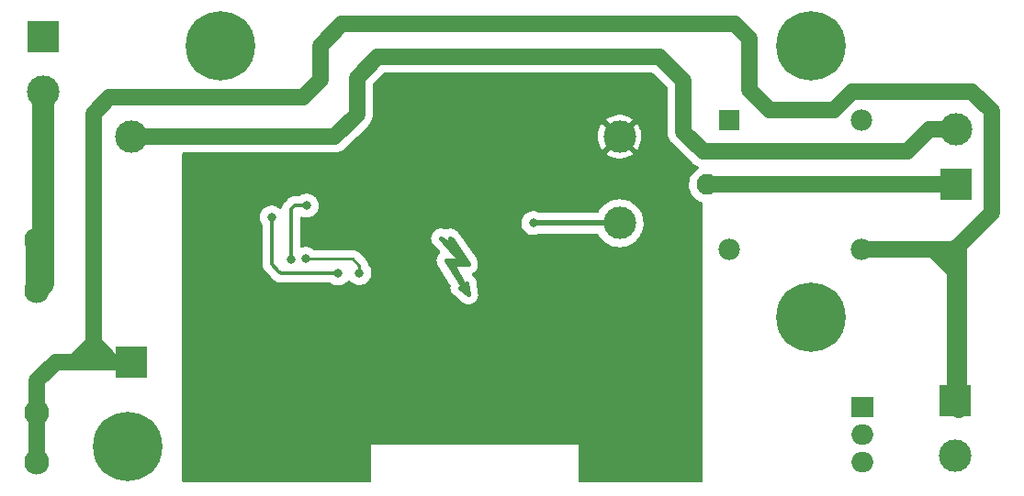
<source format=gbr>
%TF.GenerationSoftware,KiCad,Pcbnew,(6.0.0)*%
%TF.CreationDate,2022-03-17T14:10:33-06:00*%
%TF.ProjectId,main-board,6d61696e-2d62-46f6-9172-642e6b696361,rev?*%
%TF.SameCoordinates,Original*%
%TF.FileFunction,Copper,L2,Bot*%
%TF.FilePolarity,Positive*%
%FSLAX46Y46*%
G04 Gerber Fmt 4.6, Leading zero omitted, Abs format (unit mm)*
G04 Created by KiCad (PCBNEW (6.0.0)) date 2022-03-17 14:10:33*
%MOMM*%
%LPD*%
G01*
G04 APERTURE LIST*
%TA.AperFunction,EtchedComponent*%
%ADD10C,0.381000*%
%TD*%
%TA.AperFunction,ComponentPad*%
%ADD11C,0.800000*%
%TD*%
%TA.AperFunction,ComponentPad*%
%ADD12C,6.400000*%
%TD*%
%TA.AperFunction,ComponentPad*%
%ADD13R,2.000000X1.905000*%
%TD*%
%TA.AperFunction,ComponentPad*%
%ADD14O,2.000000X1.905000*%
%TD*%
%TA.AperFunction,ComponentPad*%
%ADD15R,3.000000X3.000000*%
%TD*%
%TA.AperFunction,ComponentPad*%
%ADD16C,3.000000*%
%TD*%
%TA.AperFunction,ComponentPad*%
%ADD17R,1.980000X1.980000*%
%TD*%
%TA.AperFunction,ComponentPad*%
%ADD18C,1.980000*%
%TD*%
%TA.AperFunction,ComponentPad*%
%ADD19C,1.935000*%
%TD*%
%TA.AperFunction,ComponentPad*%
%ADD20C,2.300000*%
%TD*%
%TA.AperFunction,ViaPad*%
%ADD21C,0.800000*%
%TD*%
%TA.AperFunction,Conductor*%
%ADD22C,0.500000*%
%TD*%
%TA.AperFunction,Conductor*%
%ADD23C,1.500000*%
%TD*%
%TA.AperFunction,Conductor*%
%ADD24C,1.000000*%
%TD*%
%TA.AperFunction,Conductor*%
%ADD25C,0.300000*%
%TD*%
%TA.AperFunction,Conductor*%
%ADD26C,2.000000*%
%TD*%
%TA.AperFunction,Conductor*%
%ADD27C,0.250000*%
%TD*%
G04 APERTURE END LIST*
D10*
%TO.C,REF\u002A\u002A*%
X111125000Y-67437000D02*
X111252000Y-66929000D01*
X111125000Y-67437000D02*
X111252000Y-66929000D01*
X109347000Y-64770000D02*
X110617000Y-64770000D01*
X109601000Y-63246000D02*
X109728000Y-62738000D01*
X109982000Y-65151000D02*
X111125000Y-67437000D01*
X108839000Y-62738000D02*
X109601000Y-63246000D01*
X109855000Y-62865000D02*
X111379000Y-65151000D01*
X110617000Y-67310000D02*
X111125000Y-67564000D01*
X110998000Y-65024000D02*
X109728000Y-65024000D01*
X109601000Y-63119000D02*
X110998000Y-65024000D01*
X110617000Y-67310000D02*
X111125000Y-67564000D01*
X111125000Y-67564000D02*
X109347000Y-64770000D01*
X110617000Y-64770000D02*
X108839000Y-62738000D01*
X111252000Y-66929000D02*
X111379000Y-67945000D01*
X111379000Y-65151000D02*
X109982000Y-65151000D01*
X111379000Y-67945000D02*
X110617000Y-67310000D01*
%TD*%
D11*
%TO.P,REF\u002A\u002A,1*%
%TO.N,N/C*%
X81697056Y-80302944D03*
X78302944Y-80302944D03*
D12*
X80000000Y-82000000D03*
D11*
X81697056Y-83697056D03*
X82400000Y-82000000D03*
X78302944Y-83697056D03*
X80000000Y-79600000D03*
X77600000Y-82000000D03*
X80000000Y-84400000D03*
%TD*%
D13*
%TO.P,Q2,1,A1*%
%TO.N,NEUT*%
X147680000Y-78360000D03*
D14*
%TO.P,Q2,2,A2*%
%TO.N,Net-(J3-Pad2)*%
X147680000Y-80900000D03*
%TO.P,Q2,3,G*%
%TO.N,Net-(Q2-Pad3)*%
X147680000Y-83440000D03*
%TD*%
D15*
%TO.P,J2,1,Pin_1*%
%TO.N,Net-(J2-Pad1)*%
X156360000Y-57730000D03*
D16*
%TO.P,J2,2,Pin_2*%
%TO.N,NEUT*%
X156360000Y-52650000D03*
%TD*%
D17*
%TO.P,K1,A1*%
%TO.N,+5V*%
X135392500Y-51790000D03*
D18*
%TO.P,K1,A2*%
%TO.N,Net-(D1-Pad2)*%
X135392500Y-63790000D03*
D19*
%TO.P,K1,COM*%
%TO.N,Net-(J2-Pad1)*%
X133392500Y-57790000D03*
D18*
%TO.P,K1,NC*%
%TO.N,unconnected-(K1-PadNC)*%
X147592500Y-51790000D03*
%TO.P,K1,NO*%
%TO.N,LINE*%
X147592500Y-63790000D03*
%TD*%
D11*
%TO.P,REF\u002A\u002A,1*%
%TO.N,N/C*%
X88500000Y-42600000D03*
D12*
X88500000Y-45000000D03*
D11*
X90197056Y-43302944D03*
X88500000Y-47400000D03*
X86802944Y-43302944D03*
X86100000Y-45000000D03*
X90900000Y-45000000D03*
X90197056Y-46697056D03*
X86802944Y-46697056D03*
%TD*%
%TO.P,REF\u002A\u002A,1*%
%TO.N,N/C*%
X141302944Y-68302944D03*
X145400000Y-70000000D03*
X143000000Y-67600000D03*
X140600000Y-70000000D03*
X141302944Y-71697056D03*
X144697056Y-68302944D03*
D12*
X143000000Y-70000000D03*
D11*
X143000000Y-72400000D03*
X144697056Y-71697056D03*
%TD*%
D20*
%TO.P,F1,1*%
%TO.N,Net-(F1-Pad1)*%
X71600000Y-67550000D03*
X71600000Y-62950000D03*
%TO.P,F1,2*%
%TO.N,LINE*%
X71600000Y-83450000D03*
X71600000Y-78850000D03*
%TD*%
D15*
%TO.P,J3,1,Pin_1*%
%TO.N,LINE*%
X156250000Y-77710000D03*
D16*
%TO.P,J3,2,Pin_2*%
%TO.N,Net-(J3-Pad2)*%
X156250000Y-82790000D03*
%TD*%
D15*
%TO.P,J1,1,Pin_1*%
%TO.N,NEUT*%
X72150000Y-44160000D03*
D16*
%TO.P,J1,2,Pin_2*%
%TO.N,Net-(F1-Pad1)*%
X72150000Y-49240000D03*
%TD*%
D11*
%TO.P,REF\u002A\u002A,1*%
%TO.N,N/C*%
X141302944Y-43302944D03*
X143000000Y-47400000D03*
X141302944Y-46697056D03*
X144697056Y-43302944D03*
X143000000Y-42600000D03*
D12*
X143000000Y-45000000D03*
D11*
X145400000Y-45000000D03*
X144697056Y-46697056D03*
X140600000Y-45000000D03*
%TD*%
D15*
%TO.P,PS1,1,AC/L*%
%TO.N,LINE*%
X80320000Y-74150000D03*
D16*
%TO.P,PS1,2,AC/N*%
%TO.N,NEUT*%
X80320000Y-53350000D03*
%TO.P,PS1,3,-Vo*%
%TO.N,GND*%
X125320000Y-53350000D03*
%TO.P,PS1,4,+Vo*%
%TO.N,+5V*%
X125320000Y-61350000D03*
%TD*%
D21*
%TO.N,+5V*%
X117370000Y-61340000D03*
%TO.N,GND*%
X88300000Y-79070000D03*
X112000000Y-51000000D03*
X132200000Y-66350000D03*
X99300000Y-56710000D03*
X110000000Y-51000000D03*
X123000000Y-74750000D03*
X132150000Y-68400000D03*
X122950000Y-72200000D03*
X132150000Y-70200000D03*
X108000000Y-51000000D03*
X114000000Y-51000000D03*
X116000000Y-51000000D03*
X88320000Y-77490000D03*
X88320000Y-75600000D03*
X99270000Y-58560000D03*
%TO.N,/SCL*%
X96390000Y-64640000D03*
X101340000Y-65950000D03*
%TO.N,/SDA*%
X93250000Y-60830000D03*
X99390000Y-65990000D03*
%TO.N,Net-(C5-Pad1)*%
X95020000Y-64690000D03*
X96490000Y-59720000D03*
%TD*%
D22*
%TO.N,+5V*%
X117380000Y-61350000D02*
X125320000Y-61350000D01*
X117370000Y-61340000D02*
X117380000Y-61350000D01*
D23*
%TO.N,NEUT*%
X153920000Y-52650000D02*
X151850000Y-54720000D01*
X101100000Y-51300000D02*
X99050000Y-53350000D01*
X131200000Y-52900000D02*
X131200000Y-48200000D01*
X129000000Y-46000000D02*
X103000000Y-46000000D01*
X156360000Y-52650000D02*
X153920000Y-52650000D01*
X151850000Y-54720000D02*
X133020000Y-54720000D01*
X133020000Y-54720000D02*
X131200000Y-52900000D01*
X103000000Y-46000000D02*
X101100000Y-47900000D01*
X101100000Y-47900000D02*
X101100000Y-51300000D01*
X131200000Y-48200000D02*
X129000000Y-46000000D01*
X99050000Y-53350000D02*
X80320000Y-53350000D01*
%TO.N,LINE*%
X156580000Y-63420000D02*
X156210000Y-63790000D01*
X78290000Y-49710000D02*
X96140000Y-49710000D01*
X156580000Y-65470000D02*
X156580000Y-72930000D01*
X145050000Y-50900000D02*
X146750000Y-49200000D01*
X75050000Y-74150000D02*
X73350000Y-74150000D01*
X73350000Y-74150000D02*
X80320000Y-74150000D01*
X135920489Y-42920489D02*
X137295000Y-44295000D01*
X156210000Y-63790000D02*
X154260000Y-63790000D01*
X97710000Y-48140000D02*
X97710000Y-44940000D01*
X137295000Y-44295000D02*
X137295000Y-49055000D01*
X75050000Y-74150000D02*
X76800000Y-72400000D01*
X157810000Y-49200000D02*
X159600000Y-50990000D01*
X156580000Y-65470000D02*
X155940000Y-65470000D01*
X156580000Y-63420000D02*
X156580000Y-65170000D01*
X139140000Y-50900000D02*
X145050000Y-50900000D01*
X99729511Y-42920489D02*
X135920489Y-42920489D01*
X71600000Y-75900000D02*
X71600000Y-83450000D01*
X156250000Y-65500000D02*
X156250000Y-77710000D01*
X156580000Y-65170000D02*
X156250000Y-65500000D01*
X137295000Y-49055000D02*
X139140000Y-50900000D01*
X155940000Y-65470000D02*
X154260000Y-63790000D01*
X78550000Y-74150000D02*
X76800000Y-72400000D01*
X159600000Y-60400000D02*
X156580000Y-63420000D01*
X76800000Y-72400000D02*
X76800000Y-51200000D01*
X80320000Y-74150000D02*
X78550000Y-74150000D01*
X76800000Y-51200000D02*
X78290000Y-49710000D01*
X96140000Y-49710000D02*
X97710000Y-48140000D01*
X73350000Y-74150000D02*
X71600000Y-75900000D01*
X156580000Y-78550000D02*
X156580000Y-72930000D01*
X97710000Y-44940000D02*
X99729511Y-42920489D01*
X76800000Y-72400000D02*
X76800000Y-73300000D01*
X76800000Y-73300000D02*
X75950000Y-74150000D01*
X154260000Y-63790000D02*
X147592500Y-63790000D01*
X156580000Y-65170000D02*
X156580000Y-65470000D01*
X80320000Y-74150000D02*
X75950000Y-74150000D01*
X159600000Y-50990000D02*
X159600000Y-60400000D01*
X146750000Y-49200000D02*
X157810000Y-49200000D01*
D24*
%TO.N,Net-(J2-Pad1)*%
X156300000Y-57790000D02*
X156360000Y-57730000D01*
D23*
X133392500Y-57790000D02*
X156300000Y-57790000D01*
D25*
%TO.N,GND*%
X132150000Y-66400000D02*
X132200000Y-66350000D01*
X122950000Y-72200000D02*
X122950000Y-74700000D01*
X122950000Y-74700000D02*
X123000000Y-74750000D01*
X99300000Y-58530000D02*
X99270000Y-58560000D01*
X132150000Y-68400000D02*
X132150000Y-66400000D01*
X99300000Y-56710000D02*
X99300000Y-58530000D01*
D26*
%TO.N,Net-(F1-Pad1)*%
X72150000Y-49240000D02*
X72150000Y-67000000D01*
X71600000Y-67550000D02*
X71600000Y-62950000D01*
X72150000Y-67000000D02*
X71600000Y-67550000D01*
D27*
%TO.N,/SCL*%
X101340000Y-65270000D02*
X100710000Y-64640000D01*
X101340000Y-65950000D02*
X101340000Y-65270000D01*
X100710000Y-64640000D02*
X96390000Y-64640000D01*
D25*
%TO.N,/SDA*%
X93870000Y-65780000D02*
X94080000Y-65990000D01*
X94080000Y-65990000D02*
X99390000Y-65990000D01*
X93250000Y-65160000D02*
X93870000Y-65780000D01*
X93250000Y-60830000D02*
X93250000Y-65160000D01*
%TO.N,Net-(C5-Pad1)*%
X95020000Y-60060000D02*
X95360000Y-59720000D01*
X95360000Y-59720000D02*
X96490000Y-59720000D01*
X95020000Y-64690000D02*
X95020000Y-60060000D01*
%TD*%
%TA.AperFunction,Conductor*%
%TO.N,GND*%
G36*
X128415114Y-47470502D02*
G01*
X128436088Y-47487405D01*
X129712595Y-48763911D01*
X129746620Y-48826223D01*
X129749500Y-48853006D01*
X129749500Y-52787833D01*
X129748243Y-52805585D01*
X129747091Y-52813681D01*
X129747208Y-52818844D01*
X129747208Y-52818846D01*
X129749468Y-52918433D01*
X129749500Y-52921291D01*
X129749500Y-52960463D01*
X129750466Y-52972211D01*
X129750857Y-52979671D01*
X129751998Y-53029917D01*
X129752502Y-53052138D01*
X129753461Y-53057212D01*
X129753461Y-53057215D01*
X129759304Y-53088136D01*
X129761071Y-53101203D01*
X129764073Y-53137716D01*
X129765331Y-53142725D01*
X129765332Y-53142730D01*
X129781727Y-53208000D01*
X129783332Y-53215300D01*
X129796787Y-53286510D01*
X129807393Y-53315491D01*
X129809377Y-53320914D01*
X129813255Y-53333520D01*
X129822179Y-53369048D01*
X129851074Y-53435501D01*
X129853851Y-53442443D01*
X129878756Y-53510500D01*
X129881301Y-53514998D01*
X129881305Y-53515007D01*
X129896793Y-53542382D01*
X129902677Y-53554183D01*
X129915225Y-53583041D01*
X129915229Y-53583048D01*
X129917288Y-53587784D01*
X129929377Y-53606470D01*
X129956653Y-53648633D01*
X129960526Y-53655028D01*
X129996208Y-53718096D01*
X130018983Y-53746322D01*
X130019209Y-53746602D01*
X130026936Y-53757275D01*
X130046845Y-53788049D01*
X130095633Y-53841666D01*
X130100478Y-53847320D01*
X130117063Y-53867875D01*
X130117071Y-53867884D01*
X130119177Y-53870494D01*
X130146908Y-53898225D01*
X130151006Y-53902520D01*
X130207371Y-53964464D01*
X130211422Y-53967664D01*
X130211426Y-53967667D01*
X130229060Y-53981593D01*
X130240063Y-53991380D01*
X131915025Y-55666341D01*
X131926689Y-55679782D01*
X131928495Y-55682188D01*
X131928500Y-55682194D01*
X131931602Y-55686325D01*
X132005419Y-55756867D01*
X132007365Y-55758726D01*
X132009409Y-55760725D01*
X132037096Y-55788412D01*
X132039068Y-55790084D01*
X132039086Y-55790101D01*
X132046094Y-55796044D01*
X132051649Y-55801045D01*
X132104042Y-55851113D01*
X132134316Y-55871764D01*
X132144785Y-55879739D01*
X132172737Y-55903445D01*
X132177177Y-55906102D01*
X132177178Y-55906103D01*
X132234924Y-55940663D01*
X132241202Y-55944677D01*
X132301082Y-55985525D01*
X132333093Y-56000384D01*
X132334310Y-56000949D01*
X132345965Y-56007120D01*
X132377401Y-56025934D01*
X132444860Y-56052507D01*
X132451676Y-56055429D01*
X132482197Y-56069595D01*
X132512737Y-56083772D01*
X132512742Y-56083774D01*
X132517428Y-56085949D01*
X132522404Y-56087329D01*
X132522415Y-56087333D01*
X132552733Y-56095740D01*
X132565286Y-56099943D01*
X132566223Y-56100312D01*
X132622247Y-56143918D01*
X132645804Y-56210893D01*
X132629412Y-56279971D01*
X132581903Y-56326890D01*
X132581570Y-56327044D01*
X132577657Y-56329609D01*
X132577656Y-56329610D01*
X132378152Y-56460410D01*
X132378147Y-56460414D01*
X132374239Y-56462976D01*
X132189277Y-56628061D01*
X132030748Y-56818672D01*
X132028325Y-56822665D01*
X131911969Y-57014414D01*
X131902134Y-57030621D01*
X131806261Y-57259252D01*
X131745235Y-57499543D01*
X131720396Y-57746214D01*
X131732291Y-57993848D01*
X131780658Y-58237003D01*
X131864434Y-58470339D01*
X131866651Y-58474465D01*
X131963358Y-58654445D01*
X131981779Y-58688729D01*
X131984574Y-58692473D01*
X131984576Y-58692475D01*
X132016515Y-58735246D01*
X132130115Y-58887375D01*
X132133424Y-58890655D01*
X132133429Y-58890661D01*
X132295575Y-59051398D01*
X132306183Y-59061914D01*
X132309945Y-59064672D01*
X132309948Y-59064675D01*
X132502349Y-59205749D01*
X132506116Y-59208511D01*
X132510247Y-59210685D01*
X132510248Y-59210685D01*
X132721387Y-59321770D01*
X132721393Y-59321772D01*
X132725522Y-59323945D01*
X132729930Y-59325484D01*
X132729936Y-59325487D01*
X132915541Y-59390303D01*
X132973259Y-59431645D01*
X132999462Y-59497629D01*
X133000000Y-59509258D01*
X133000000Y-85174000D01*
X132979998Y-85242121D01*
X132926342Y-85288614D01*
X132874000Y-85300000D01*
X121666000Y-85300000D01*
X121597879Y-85279998D01*
X121551386Y-85226342D01*
X121540000Y-85174000D01*
X121540000Y-81800000D01*
X102430000Y-81800000D01*
X102430000Y-85174000D01*
X102409998Y-85242121D01*
X102356342Y-85288614D01*
X102304000Y-85300000D01*
X85126000Y-85300000D01*
X85057879Y-85279998D01*
X85011386Y-85226342D01*
X85000000Y-85174000D01*
X85000000Y-60801069D01*
X92145164Y-60801069D01*
X92158392Y-61002894D01*
X92208178Y-61198928D01*
X92292856Y-61382607D01*
X92296186Y-61387319D01*
X92296189Y-61387324D01*
X92376397Y-61500816D01*
X92399500Y-61573536D01*
X92399500Y-65118938D01*
X92399058Y-65129479D01*
X92394740Y-65180902D01*
X92395642Y-65187662D01*
X92395642Y-65187666D01*
X92405381Y-65260659D01*
X92405751Y-65263713D01*
X92410572Y-65308086D01*
X92414442Y-65343709D01*
X92416616Y-65350169D01*
X92417286Y-65353217D01*
X92417367Y-65353678D01*
X92417403Y-65353829D01*
X92417536Y-65354288D01*
X92418278Y-65357307D01*
X92419180Y-65364069D01*
X92421513Y-65370479D01*
X92421514Y-65370483D01*
X92446697Y-65439671D01*
X92447715Y-65442577D01*
X92462665Y-65486999D01*
X92473383Y-65518848D01*
X92476900Y-65524702D01*
X92478200Y-65527514D01*
X92478382Y-65527957D01*
X92478458Y-65528116D01*
X92478686Y-65528534D01*
X92480049Y-65531303D01*
X92482382Y-65537715D01*
X92486036Y-65543473D01*
X92486039Y-65543479D01*
X92525490Y-65605644D01*
X92527108Y-65608263D01*
X92565041Y-65671393D01*
X92568557Y-65677244D01*
X92573246Y-65682203D01*
X92575128Y-65684682D01*
X92575668Y-65685459D01*
X92578625Y-65689369D01*
X92581398Y-65693738D01*
X92585183Y-65697972D01*
X92638689Y-65751478D01*
X92641142Y-65754000D01*
X92676005Y-65790866D01*
X92695524Y-65811507D01*
X92701166Y-65815341D01*
X92706366Y-65819767D01*
X92706022Y-65820171D01*
X92713918Y-65826707D01*
X93205183Y-66317972D01*
X93449562Y-66562350D01*
X93456706Y-66570118D01*
X93485613Y-66604326D01*
X93485617Y-66604330D01*
X93490020Y-66609540D01*
X93495444Y-66613687D01*
X93495445Y-66613688D01*
X93553929Y-66658402D01*
X93556345Y-66660295D01*
X93570672Y-66671815D01*
X93613753Y-66706454D01*
X93613756Y-66706456D01*
X93619073Y-66710731D01*
X93625190Y-66713768D01*
X93627802Y-66715438D01*
X93628196Y-66715714D01*
X93628320Y-66715791D01*
X93628742Y-66716023D01*
X93631395Y-66717630D01*
X93636820Y-66721777D01*
X93665587Y-66735191D01*
X93709730Y-66755775D01*
X93712505Y-66757110D01*
X93778480Y-66789861D01*
X93778484Y-66789863D01*
X93784593Y-66792895D01*
X93791218Y-66794547D01*
X93794121Y-66795615D01*
X93794573Y-66795803D01*
X93794708Y-66795851D01*
X93795167Y-66795986D01*
X93798108Y-66796987D01*
X93804297Y-66799873D01*
X93810960Y-66801362D01*
X93810959Y-66801362D01*
X93882831Y-66817427D01*
X93885828Y-66818136D01*
X93957272Y-66835949D01*
X93963894Y-66837600D01*
X93970714Y-66837790D01*
X93973792Y-66838212D01*
X93974709Y-66838377D01*
X93979585Y-66839054D01*
X93984637Y-66840183D01*
X93990307Y-66840500D01*
X94065964Y-66840500D01*
X94069483Y-66840549D01*
X94148611Y-66842759D01*
X94155317Y-66841480D01*
X94162114Y-66840933D01*
X94162157Y-66841462D01*
X94172363Y-66840500D01*
X98643653Y-66840500D01*
X98713656Y-66861735D01*
X98862637Y-66961282D01*
X98867940Y-66963560D01*
X98867943Y-66963562D01*
X99043163Y-67038842D01*
X99048470Y-67041122D01*
X99245740Y-67085760D01*
X99251509Y-67085987D01*
X99251512Y-67085987D01*
X99327683Y-67088979D01*
X99447842Y-67093700D01*
X99534132Y-67081189D01*
X99642286Y-67065508D01*
X99642291Y-67065507D01*
X99648007Y-67064678D01*
X99653479Y-67062820D01*
X99653481Y-67062820D01*
X99834067Y-67001519D01*
X99834069Y-67001518D01*
X99839531Y-66999664D01*
X99975422Y-66923562D01*
X100010964Y-66903658D01*
X100010965Y-66903657D01*
X100016001Y-66900837D01*
X100078433Y-66848913D01*
X100167073Y-66775191D01*
X100171505Y-66771505D01*
X100283502Y-66636844D01*
X100342440Y-66597261D01*
X100413422Y-66595825D01*
X100473912Y-66632992D01*
X100483267Y-66644687D01*
X100499588Y-66667780D01*
X100644466Y-66808913D01*
X100649270Y-66812123D01*
X100691265Y-66840183D01*
X100812637Y-66921282D01*
X100817940Y-66923560D01*
X100817943Y-66923562D01*
X100988515Y-66996845D01*
X100998470Y-67001122D01*
X101195740Y-67045760D01*
X101201509Y-67045987D01*
X101201512Y-67045987D01*
X101277683Y-67048979D01*
X101397842Y-67053700D01*
X101500318Y-67038842D01*
X101592286Y-67025508D01*
X101592291Y-67025507D01*
X101598007Y-67024678D01*
X101603479Y-67022820D01*
X101603481Y-67022820D01*
X101784067Y-66961519D01*
X101784069Y-66961518D01*
X101789531Y-66959664D01*
X101966001Y-66860837D01*
X101990454Y-66840500D01*
X102117073Y-66735191D01*
X102121505Y-66731505D01*
X102190436Y-66648625D01*
X102247146Y-66580439D01*
X102250837Y-66576001D01*
X102349664Y-66399531D01*
X102375924Y-66322174D01*
X102412820Y-66213481D01*
X102412820Y-66213479D01*
X102414678Y-66208007D01*
X102415507Y-66202291D01*
X102415508Y-66202286D01*
X102443167Y-66011516D01*
X102443700Y-66007842D01*
X102445215Y-65950000D01*
X102426708Y-65748591D01*
X102412254Y-65697339D01*
X102398321Y-65647938D01*
X102371807Y-65553926D01*
X102282351Y-65372527D01*
X102255768Y-65336928D01*
X102185258Y-65242503D01*
X102161323Y-65183779D01*
X102159798Y-65172350D01*
X102159428Y-65169294D01*
X102151734Y-65098472D01*
X102151733Y-65098469D01*
X102150997Y-65091691D01*
X102148822Y-65085230D01*
X102148305Y-65082876D01*
X102148209Y-65082334D01*
X102148027Y-65081550D01*
X102147871Y-65081013D01*
X102147301Y-65078693D01*
X102146399Y-65071930D01*
X102141113Y-65057405D01*
X102119697Y-64998567D01*
X102118679Y-64995660D01*
X102095967Y-64928173D01*
X102093789Y-64921700D01*
X102090272Y-64915847D01*
X102089269Y-64913676D01*
X102089049Y-64913142D01*
X102088720Y-64912451D01*
X102088446Y-64911949D01*
X102087389Y-64909801D01*
X102085055Y-64903388D01*
X102043240Y-64837498D01*
X102041622Y-64834879D01*
X102004929Y-64773811D01*
X102004927Y-64773809D01*
X102001413Y-64767960D01*
X101996723Y-64763000D01*
X101995277Y-64761096D01*
X101994622Y-64760152D01*
X101991718Y-64756313D01*
X101988950Y-64751951D01*
X101985284Y-64747851D01*
X101933408Y-64695975D01*
X101930955Y-64693453D01*
X101882867Y-64642601D01*
X101882865Y-64642599D01*
X101878178Y-64637643D01*
X101872536Y-64633809D01*
X101867692Y-64629686D01*
X101860262Y-64622829D01*
X101322016Y-64084583D01*
X101314873Y-64076816D01*
X101308241Y-64068968D01*
X101282638Y-64038671D01*
X101220558Y-63991207D01*
X101218250Y-63989397D01*
X101157378Y-63940455D01*
X101151267Y-63937421D01*
X101149245Y-63936128D01*
X101148781Y-63935803D01*
X101148115Y-63935389D01*
X101147639Y-63935127D01*
X101145568Y-63933873D01*
X101140153Y-63929733D01*
X101069413Y-63896746D01*
X101066641Y-63895412D01*
X100996724Y-63860705D01*
X100990101Y-63859054D01*
X100987843Y-63858223D01*
X100987322Y-63858006D01*
X100986588Y-63857746D01*
X100986038Y-63857584D01*
X100983780Y-63856815D01*
X100977599Y-63853933D01*
X100970942Y-63852445D01*
X100970936Y-63852443D01*
X100901434Y-63836907D01*
X100898438Y-63836199D01*
X100846328Y-63823207D01*
X100822694Y-63817314D01*
X100815871Y-63817123D01*
X100813476Y-63816795D01*
X100812379Y-63816597D01*
X100807606Y-63815935D01*
X100802560Y-63814807D01*
X100797069Y-63814500D01*
X100723693Y-63814500D01*
X100720176Y-63814451D01*
X100650226Y-63812497D01*
X100650221Y-63812497D01*
X100643405Y-63812307D01*
X100636702Y-63813586D01*
X100630387Y-63814094D01*
X100620280Y-63814500D01*
X97167652Y-63814500D01*
X97099531Y-63794498D01*
X97082123Y-63781024D01*
X97067059Y-63767099D01*
X97067053Y-63767095D01*
X97062812Y-63763174D01*
X97057929Y-63760093D01*
X96896637Y-63658325D01*
X96891757Y-63655246D01*
X96703898Y-63580298D01*
X96505526Y-63540839D01*
X96499752Y-63540763D01*
X96499748Y-63540763D01*
X96397257Y-63539422D01*
X96303286Y-63538192D01*
X96297589Y-63539171D01*
X96297588Y-63539171D01*
X96109646Y-63571465D01*
X96109645Y-63571465D01*
X96103949Y-63572444D01*
X96085715Y-63579171D01*
X96040111Y-63595995D01*
X95969277Y-63600807D01*
X95907087Y-63566560D01*
X95873285Y-63504126D01*
X95870500Y-63477783D01*
X95870500Y-62680372D01*
X107945452Y-62680372D01*
X107945718Y-62686967D01*
X107948107Y-62746193D01*
X107948196Y-62753061D01*
X107947260Y-62818934D01*
X107948542Y-62825417D01*
X107950112Y-62833359D01*
X107952402Y-62852718D01*
X107952729Y-62860808D01*
X107952730Y-62860813D01*
X107952996Y-62867411D01*
X107969279Y-62931243D01*
X107970788Y-62937910D01*
X107983574Y-63002568D01*
X107986174Y-63008638D01*
X107989358Y-63016072D01*
X107995627Y-63034540D01*
X107999263Y-63048794D01*
X108002189Y-63054713D01*
X108002190Y-63054714D01*
X108028461Y-63107845D01*
X108031337Y-63114084D01*
X108054670Y-63168562D01*
X108054673Y-63168568D01*
X108057274Y-63174640D01*
X108061080Y-63180039D01*
X108061081Y-63180040D01*
X108065745Y-63186655D01*
X108075713Y-63203411D01*
X108082231Y-63216593D01*
X108116349Y-63259778D01*
X108123071Y-63268287D01*
X108127160Y-63273762D01*
X108138100Y-63289278D01*
X108140281Y-63291771D01*
X108140283Y-63291773D01*
X108152020Y-63305186D01*
X108156065Y-63310049D01*
X108198274Y-63363476D01*
X108203355Y-63367693D01*
X108203360Y-63367698D01*
X108207882Y-63371451D01*
X108222236Y-63385434D01*
X108727253Y-63962596D01*
X108757057Y-64027034D01*
X108747293Y-64097356D01*
X108716737Y-64139205D01*
X108686496Y-64166433D01*
X108686490Y-64166440D01*
X108681584Y-64170857D01*
X108677704Y-64176198D01*
X108677700Y-64176202D01*
X108676368Y-64178036D01*
X108662705Y-64193886D01*
X108656370Y-64200105D01*
X108616779Y-64259856D01*
X108613712Y-64264276D01*
X108571557Y-64322297D01*
X108568870Y-64328332D01*
X108568869Y-64328334D01*
X108567944Y-64330411D01*
X108557875Y-64348754D01*
X108552975Y-64356149D01*
X108550552Y-64362291D01*
X108550550Y-64362295D01*
X108526680Y-64422804D01*
X108524577Y-64427815D01*
X108498108Y-64487265D01*
X108495419Y-64493305D01*
X108494045Y-64499768D01*
X108494045Y-64499769D01*
X108493573Y-64501989D01*
X108487537Y-64522025D01*
X108486704Y-64524136D01*
X108486703Y-64524140D01*
X108484281Y-64530279D01*
X108483189Y-64536785D01*
X108472417Y-64600958D01*
X108471402Y-64606296D01*
X108463356Y-64644151D01*
X108456500Y-64676405D01*
X108456500Y-64685283D01*
X108454761Y-64706141D01*
X108453293Y-64714887D01*
X108455836Y-64773811D01*
X108456383Y-64786487D01*
X108456500Y-64791920D01*
X108456500Y-64863595D01*
X108457874Y-64870058D01*
X108458344Y-64872268D01*
X108460982Y-64893044D01*
X108461364Y-64901904D01*
X108463015Y-64908300D01*
X108463015Y-64908302D01*
X108479267Y-64971275D01*
X108480512Y-64976564D01*
X108491686Y-65029132D01*
X108495419Y-65046695D01*
X108499030Y-65054805D01*
X108505924Y-65074563D01*
X108506491Y-65076761D01*
X108506493Y-65076766D01*
X108508142Y-65083156D01*
X108511084Y-65089064D01*
X108511085Y-65089067D01*
X108540091Y-65147317D01*
X108542407Y-65152232D01*
X108555172Y-65180902D01*
X108571557Y-65217702D01*
X108589576Y-65242503D01*
X108608168Y-65268093D01*
X108612532Y-65274507D01*
X109727800Y-67027072D01*
X109747498Y-67095281D01*
X109742736Y-67129035D01*
X109734676Y-67157508D01*
X109734238Y-67164095D01*
X109733930Y-67165876D01*
X109733813Y-67166418D01*
X109733572Y-67167912D01*
X109733512Y-67168463D01*
X109733243Y-67170249D01*
X109731581Y-67176645D01*
X109731286Y-67183242D01*
X109727885Y-67259152D01*
X109727733Y-67261876D01*
X109722689Y-67337694D01*
X109722251Y-67344285D01*
X109723192Y-67350821D01*
X109723262Y-67352650D01*
X109723260Y-67353189D01*
X109723334Y-67354685D01*
X109723391Y-67355243D01*
X109723499Y-67357048D01*
X109723204Y-67363648D01*
X109724286Y-67370159D01*
X109724286Y-67370160D01*
X109736738Y-67445092D01*
X109737154Y-67447772D01*
X109748932Y-67529565D01*
X109751213Y-67535767D01*
X109751658Y-67537526D01*
X109751771Y-67538068D01*
X109752156Y-67539521D01*
X109752326Y-67540051D01*
X109752806Y-67541789D01*
X109753889Y-67548307D01*
X109756302Y-67554453D01*
X109756303Y-67554457D01*
X109784082Y-67625212D01*
X109785051Y-67627762D01*
X109813552Y-67705248D01*
X109817070Y-67710835D01*
X109817868Y-67712458D01*
X109818099Y-67712980D01*
X109818771Y-67714310D01*
X109819044Y-67714786D01*
X109819884Y-67716405D01*
X109822297Y-67722550D01*
X109825935Y-67728060D01*
X109825936Y-67728062D01*
X109867808Y-67791479D01*
X109869276Y-67793755D01*
X109913286Y-67863657D01*
X109917891Y-67868393D01*
X109918995Y-67869796D01*
X109919327Y-67870256D01*
X109920289Y-67871452D01*
X109920642Y-67871847D01*
X109921804Y-67873259D01*
X109925437Y-67878763D01*
X109930137Y-67883392D01*
X109930141Y-67883397D01*
X109984293Y-67936733D01*
X109986152Y-67938602D01*
X110011065Y-67964226D01*
X110013607Y-67966344D01*
X110014461Y-67967056D01*
X110022218Y-67974085D01*
X110058802Y-68010118D01*
X110083481Y-68025879D01*
X110096316Y-68035268D01*
X110684656Y-68525551D01*
X110801610Y-68623013D01*
X110803402Y-68624535D01*
X110867018Y-68679592D01*
X110910658Y-68703658D01*
X110919909Y-68709292D01*
X110946543Y-68727125D01*
X110961318Y-68737018D01*
X110989927Y-68748464D01*
X111003951Y-68755105D01*
X111030936Y-68769986D01*
X111037247Y-68771900D01*
X111037258Y-68771905D01*
X111078631Y-68784455D01*
X111088857Y-68788044D01*
X111135115Y-68806551D01*
X111141617Y-68807675D01*
X111141621Y-68807676D01*
X111160636Y-68810962D01*
X111165469Y-68811797D01*
X111180584Y-68815382D01*
X111203740Y-68822406D01*
X111203742Y-68822406D01*
X111210067Y-68824325D01*
X111216647Y-68824886D01*
X111216651Y-68824887D01*
X111259720Y-68828560D01*
X111270472Y-68829945D01*
X111319571Y-68838431D01*
X111335694Y-68837813D01*
X111350362Y-68837252D01*
X111365888Y-68837616D01*
X111389995Y-68839672D01*
X111390001Y-68839672D01*
X111396581Y-68840233D01*
X111413022Y-68838178D01*
X111446022Y-68834054D01*
X111456822Y-68833173D01*
X111500030Y-68831517D01*
X111500033Y-68831517D01*
X111506625Y-68831264D01*
X111513023Y-68829646D01*
X111513028Y-68829645D01*
X111536492Y-68823710D01*
X111551759Y-68820836D01*
X111575774Y-68817834D01*
X111575775Y-68817834D01*
X111582325Y-68817015D01*
X111629410Y-68800687D01*
X111639791Y-68797581D01*
X111681699Y-68786981D01*
X111688100Y-68785362D01*
X111694023Y-68782448D01*
X111694029Y-68782446D01*
X111715749Y-68771761D01*
X111730084Y-68765776D01*
X111759184Y-68755685D01*
X111801837Y-68729930D01*
X111811344Y-68724733D01*
X111842732Y-68709292D01*
X111856067Y-68702732D01*
X111880274Y-68683687D01*
X111893054Y-68674850D01*
X111913774Y-68662339D01*
X111913778Y-68662336D01*
X111919427Y-68658925D01*
X111955797Y-68624861D01*
X111964019Y-68617799D01*
X111997993Y-68591069D01*
X112003183Y-68586986D01*
X112022902Y-68563323D01*
X112033565Y-68552023D01*
X112056051Y-68530963D01*
X112084547Y-68490077D01*
X112091118Y-68481465D01*
X112118793Y-68448254D01*
X112123019Y-68443183D01*
X112126097Y-68437346D01*
X112126100Y-68437342D01*
X112137392Y-68415930D01*
X112145466Y-68402670D01*
X112163084Y-68377392D01*
X112182452Y-68331485D01*
X112187084Y-68321702D01*
X112210339Y-68277606D01*
X112218731Y-68247959D01*
X112223876Y-68233301D01*
X112233281Y-68211009D01*
X112233281Y-68211008D01*
X112235849Y-68204922D01*
X112237095Y-68198439D01*
X112237096Y-68198434D01*
X112245251Y-68155983D01*
X112247752Y-68145436D01*
X112259526Y-68103844D01*
X112259526Y-68103843D01*
X112261324Y-68097492D01*
X112263368Y-68066755D01*
X112265351Y-68051358D01*
X112271166Y-68021093D01*
X112270187Y-67971261D01*
X112270441Y-67960444D01*
X112273749Y-67910715D01*
X112261752Y-67827406D01*
X112261454Y-67825194D01*
X112139102Y-66846373D01*
X112138431Y-66839464D01*
X112138188Y-66835949D01*
X112133900Y-66774073D01*
X112115087Y-66708308D01*
X112113519Y-66702265D01*
X112103292Y-66658402D01*
X112097984Y-66635638D01*
X112092822Y-66624631D01*
X112085759Y-66605784D01*
X112084234Y-66600454D01*
X112082417Y-66594101D01*
X112050338Y-66533677D01*
X112047549Y-66528093D01*
X112021308Y-66472139D01*
X112018504Y-66466159D01*
X112014036Y-66460257D01*
X112011162Y-66456459D01*
X112000344Y-66439507D01*
X111997741Y-66434605D01*
X111994641Y-66428766D01*
X111990396Y-66423700D01*
X111990393Y-66423696D01*
X111950710Y-66376342D01*
X111946821Y-66371462D01*
X111909510Y-66322174D01*
X111905524Y-66316908D01*
X111896327Y-66308948D01*
X111882218Y-66294612D01*
X111878655Y-66290361D01*
X111878651Y-66290357D01*
X111874408Y-66285294D01*
X111869209Y-66281227D01*
X111869202Y-66281220D01*
X111820534Y-66243146D01*
X111815716Y-66239181D01*
X111768975Y-66198729D01*
X111768974Y-66198728D01*
X111763982Y-66194408D01*
X111753327Y-66188532D01*
X111736536Y-66177436D01*
X111733078Y-66174730D01*
X111691754Y-66117000D01*
X111688202Y-66046092D01*
X111723550Y-65984520D01*
X111747723Y-65966378D01*
X111760303Y-65959116D01*
X111776725Y-65951161D01*
X111788951Y-65946298D01*
X111788952Y-65946298D01*
X111795085Y-65943858D01*
X111845717Y-65910103D01*
X111852611Y-65905821D01*
X111899589Y-65878699D01*
X111899591Y-65878697D01*
X111905306Y-65875398D01*
X111910211Y-65870981D01*
X111910217Y-65870977D01*
X111919986Y-65862181D01*
X111934404Y-65850979D01*
X111945338Y-65843689D01*
X111950836Y-65840024D01*
X111993340Y-65796484D01*
X111999189Y-65790866D01*
X112039508Y-65754562D01*
X112044416Y-65750143D01*
X112056029Y-65734159D01*
X112067804Y-65720203D01*
X112076986Y-65710797D01*
X112081596Y-65706075D01*
X112085931Y-65699221D01*
X112114118Y-65654651D01*
X112118672Y-65647938D01*
X112150563Y-65604043D01*
X112154443Y-65598703D01*
X112157127Y-65592675D01*
X112157132Y-65592666D01*
X112162482Y-65580650D01*
X112171093Y-65564559D01*
X112178121Y-65553445D01*
X112181649Y-65547867D01*
X112202766Y-65490812D01*
X112205825Y-65483300D01*
X112227895Y-65433730D01*
X112227898Y-65433722D01*
X112230581Y-65427695D01*
X112231955Y-65421232D01*
X112234690Y-65408368D01*
X112239769Y-65390834D01*
X112240987Y-65387543D01*
X112246623Y-65372315D01*
X112255419Y-65312096D01*
X112256845Y-65304135D01*
X112269500Y-65244595D01*
X112269500Y-65224846D01*
X112270823Y-65206635D01*
X112272723Y-65193627D01*
X112273678Y-65187089D01*
X112272728Y-65172350D01*
X112269761Y-65126357D01*
X112269500Y-65118247D01*
X112269500Y-65057405D01*
X112265393Y-65038084D01*
X112262901Y-65019999D01*
X112262055Y-65006873D01*
X112262054Y-65006870D01*
X112261630Y-65000287D01*
X112245171Y-64941693D01*
X112243234Y-64933834D01*
X112231955Y-64880767D01*
X112231954Y-64880763D01*
X112230581Y-64874305D01*
X112222547Y-64856260D01*
X112216349Y-64839087D01*
X112212794Y-64826431D01*
X112212793Y-64826428D01*
X112211007Y-64820071D01*
X112182728Y-64766184D01*
X112179192Y-64758885D01*
X112157127Y-64709326D01*
X112157126Y-64709325D01*
X112154443Y-64703298D01*
X112111470Y-64644150D01*
X112108570Y-64639983D01*
X110571891Y-62334964D01*
X110570055Y-62332210D01*
X110543738Y-62300500D01*
X110484695Y-62229357D01*
X110484692Y-62229355D01*
X110480476Y-62224274D01*
X110475295Y-62220180D01*
X110475292Y-62220178D01*
X110428068Y-62182870D01*
X110409604Y-62164932D01*
X110406773Y-62161553D01*
X110350408Y-62094294D01*
X110270618Y-62031874D01*
X110208175Y-61983024D01*
X110208173Y-61983023D01*
X110202972Y-61978954D01*
X110117898Y-61937394D01*
X110040709Y-61899686D01*
X110040706Y-61899685D01*
X110034778Y-61896789D01*
X109920640Y-61868254D01*
X109859583Y-61852989D01*
X109859578Y-61852988D01*
X109853177Y-61851388D01*
X109846578Y-61851153D01*
X109846575Y-61851153D01*
X109698282Y-61845881D01*
X109666105Y-61844737D01*
X109659593Y-61845881D01*
X109532244Y-61868254D01*
X109481738Y-61877127D01*
X109475614Y-61879597D01*
X109475613Y-61879597D01*
X109332297Y-61937394D01*
X109261639Y-61944322D01*
X109226624Y-61931029D01*
X109226444Y-61931418D01*
X109220919Y-61928863D01*
X109220630Y-61928754D01*
X109214779Y-61925264D01*
X109208527Y-61923134D01*
X109208525Y-61923133D01*
X109200867Y-61920524D01*
X109182948Y-61912825D01*
X109175776Y-61909061D01*
X109175772Y-61909059D01*
X109169929Y-61905993D01*
X109106513Y-61888179D01*
X109099954Y-61886142D01*
X109043843Y-61867025D01*
X109043840Y-61867024D01*
X109037590Y-61864895D01*
X109031035Y-61864112D01*
X109031032Y-61864111D01*
X109022988Y-61863150D01*
X109003866Y-61859345D01*
X108989713Y-61855370D01*
X108923967Y-61851130D01*
X108917137Y-61850502D01*
X108885132Y-61846677D01*
X108858276Y-61843468D01*
X108858274Y-61843468D01*
X108851722Y-61842685D01*
X108837079Y-61844014D01*
X108817581Y-61844268D01*
X108809508Y-61843747D01*
X108809503Y-61843747D01*
X108802911Y-61843322D01*
X108749297Y-61851153D01*
X108737720Y-61852844D01*
X108730900Y-61853651D01*
X108665298Y-61859605D01*
X108651250Y-61863950D01*
X108632238Y-61868251D01*
X108617685Y-61870377D01*
X108555889Y-61893248D01*
X108549431Y-61895441D01*
X108486464Y-61914915D01*
X108473621Y-61922089D01*
X108455929Y-61930244D01*
X108442133Y-61935350D01*
X108386461Y-61970558D01*
X108380558Y-61974070D01*
X108328805Y-62002977D01*
X108328803Y-62002979D01*
X108323039Y-62006198D01*
X108318070Y-62010546D01*
X108318067Y-62010548D01*
X108311974Y-62015880D01*
X108296352Y-62027545D01*
X108283925Y-62035404D01*
X108265839Y-62053060D01*
X108236790Y-62081417D01*
X108231745Y-62086080D01*
X108216577Y-62099352D01*
X108182164Y-62129463D01*
X108178208Y-62134749D01*
X108173353Y-62141235D01*
X108160499Y-62155891D01*
X108154699Y-62161553D01*
X108149976Y-62166164D01*
X108146320Y-62171649D01*
X108146316Y-62171653D01*
X108113425Y-62220991D01*
X108109460Y-62226600D01*
X108069996Y-62279325D01*
X108067223Y-62285322D01*
X108067222Y-62285324D01*
X108063824Y-62292672D01*
X108054299Y-62309679D01*
X108052270Y-62312723D01*
X108051711Y-62313562D01*
X108046142Y-62321915D01*
X108021785Y-62383152D01*
X108019073Y-62389462D01*
X107997562Y-62435987D01*
X107991437Y-62449234D01*
X107989974Y-62455667D01*
X107988176Y-62463570D01*
X107982395Y-62482186D01*
X107976959Y-62495852D01*
X107975847Y-62502366D01*
X107965875Y-62560765D01*
X107964535Y-62567503D01*
X107951383Y-62625324D01*
X107949919Y-62631762D01*
X107949825Y-62638362D01*
X107949825Y-62638364D01*
X107949710Y-62646466D01*
X107947926Y-62665881D01*
X107945452Y-62680372D01*
X95870500Y-62680372D01*
X95870500Y-61311069D01*
X116265164Y-61311069D01*
X116278392Y-61512894D01*
X116279815Y-61518496D01*
X116311151Y-61641882D01*
X116328178Y-61708928D01*
X116412856Y-61892607D01*
X116427145Y-61912825D01*
X116517037Y-62040020D01*
X116529588Y-62057780D01*
X116674466Y-62198913D01*
X116842637Y-62311282D01*
X116847940Y-62313560D01*
X116847943Y-62313562D01*
X117009919Y-62383152D01*
X117028470Y-62391122D01*
X117225740Y-62435760D01*
X117231509Y-62435987D01*
X117231512Y-62435987D01*
X117307683Y-62438979D01*
X117427842Y-62443700D01*
X117514132Y-62431189D01*
X117622286Y-62415508D01*
X117622291Y-62415507D01*
X117628007Y-62414678D01*
X117633479Y-62412820D01*
X117633481Y-62412820D01*
X117814067Y-62351519D01*
X117814069Y-62351518D01*
X117819531Y-62349664D01*
X117878634Y-62316565D01*
X117940200Y-62300500D01*
X123256857Y-62300500D01*
X123324978Y-62320502D01*
X123369863Y-62370771D01*
X123410222Y-62452611D01*
X123412516Y-62456044D01*
X123566814Y-62686967D01*
X123570480Y-62692454D01*
X123573194Y-62695548D01*
X123573198Y-62695554D01*
X123729523Y-62873807D01*
X123760673Y-62909327D01*
X123763762Y-62912036D01*
X123974446Y-63096802D01*
X123974452Y-63096806D01*
X123977546Y-63099520D01*
X123980972Y-63101809D01*
X123980977Y-63101813D01*
X124107953Y-63186655D01*
X124217389Y-63259778D01*
X124221088Y-63261602D01*
X124221093Y-63261605D01*
X124456858Y-63377871D01*
X124476098Y-63387359D01*
X124479996Y-63388682D01*
X124479998Y-63388683D01*
X124745337Y-63478754D01*
X124745341Y-63478755D01*
X124749247Y-63480081D01*
X124753291Y-63480885D01*
X124753297Y-63480887D01*
X125028118Y-63535552D01*
X125028121Y-63535552D01*
X125032161Y-63536356D01*
X125036272Y-63536625D01*
X125036276Y-63536626D01*
X125315881Y-63554952D01*
X125320000Y-63555222D01*
X125324119Y-63554952D01*
X125603724Y-63536626D01*
X125603728Y-63536625D01*
X125607839Y-63536356D01*
X125611879Y-63535552D01*
X125611882Y-63535552D01*
X125886703Y-63480887D01*
X125886709Y-63480885D01*
X125890753Y-63480081D01*
X125894659Y-63478755D01*
X125894663Y-63478754D01*
X126160002Y-63388683D01*
X126160004Y-63388682D01*
X126163902Y-63387359D01*
X126183142Y-63377871D01*
X126418907Y-63261605D01*
X126418912Y-63261602D01*
X126422611Y-63259778D01*
X126532047Y-63186655D01*
X126659023Y-63101813D01*
X126659028Y-63101809D01*
X126662454Y-63099520D01*
X126665548Y-63096806D01*
X126665554Y-63096802D01*
X126876238Y-62912036D01*
X126879327Y-62909327D01*
X126910477Y-62873807D01*
X127066802Y-62695554D01*
X127066806Y-62695548D01*
X127069520Y-62692454D01*
X127073187Y-62686967D01*
X127227484Y-62456044D01*
X127229778Y-62452611D01*
X127234173Y-62443700D01*
X127355537Y-62197597D01*
X127355538Y-62197595D01*
X127357359Y-62193902D01*
X127379233Y-62129463D01*
X127448754Y-61924663D01*
X127448755Y-61924659D01*
X127450081Y-61920753D01*
X127451243Y-61914915D01*
X127505552Y-61641882D01*
X127505552Y-61641879D01*
X127506356Y-61637839D01*
X127513195Y-61533506D01*
X127524952Y-61354119D01*
X127525222Y-61350000D01*
X127506356Y-61062161D01*
X127505552Y-61058118D01*
X127450887Y-60783297D01*
X127450885Y-60783291D01*
X127450081Y-60779247D01*
X127448588Y-60774847D01*
X127358683Y-60509998D01*
X127358682Y-60509996D01*
X127357359Y-60506098D01*
X127355094Y-60501505D01*
X127231605Y-60251093D01*
X127231602Y-60251087D01*
X127229778Y-60247389D01*
X127113764Y-60073762D01*
X127071813Y-60010977D01*
X127071809Y-60010972D01*
X127069520Y-60007546D01*
X127066806Y-60004452D01*
X127066802Y-60004446D01*
X126882036Y-59793762D01*
X126879327Y-59790673D01*
X126872057Y-59784297D01*
X126665554Y-59603198D01*
X126665548Y-59603194D01*
X126662454Y-59600480D01*
X126659028Y-59598191D01*
X126659023Y-59598187D01*
X126426044Y-59442516D01*
X126422611Y-59440222D01*
X126418912Y-59438398D01*
X126418907Y-59438395D01*
X126167597Y-59314463D01*
X126167595Y-59314462D01*
X126163902Y-59312641D01*
X126049136Y-59273683D01*
X125894663Y-59221246D01*
X125894659Y-59221245D01*
X125890753Y-59219919D01*
X125886709Y-59219115D01*
X125886703Y-59219113D01*
X125611882Y-59164448D01*
X125611879Y-59164448D01*
X125607839Y-59163644D01*
X125603728Y-59163375D01*
X125603724Y-59163374D01*
X125324119Y-59145048D01*
X125320000Y-59144778D01*
X125315881Y-59145048D01*
X125036276Y-59163374D01*
X125036272Y-59163375D01*
X125032161Y-59163644D01*
X125028121Y-59164448D01*
X125028118Y-59164448D01*
X124753297Y-59219113D01*
X124753291Y-59219115D01*
X124749247Y-59219919D01*
X124745341Y-59221245D01*
X124745337Y-59221246D01*
X124590864Y-59273683D01*
X124476098Y-59312641D01*
X124472405Y-59314462D01*
X124472403Y-59314463D01*
X124221093Y-59438395D01*
X124221088Y-59438398D01*
X124217389Y-59440222D01*
X124213956Y-59442516D01*
X123980977Y-59598187D01*
X123980972Y-59598191D01*
X123977546Y-59600480D01*
X123974452Y-59603194D01*
X123974446Y-59603198D01*
X123767943Y-59784297D01*
X123760673Y-59790673D01*
X123757964Y-59793762D01*
X123573198Y-60004446D01*
X123573194Y-60004452D01*
X123570480Y-60007546D01*
X123568191Y-60010972D01*
X123568187Y-60010977D01*
X123526236Y-60073762D01*
X123410222Y-60247389D01*
X123394549Y-60279171D01*
X123369863Y-60329229D01*
X123321794Y-60381478D01*
X123256857Y-60399500D01*
X117978324Y-60399500D01*
X117911089Y-60380062D01*
X117876642Y-60358328D01*
X117876640Y-60358327D01*
X117871757Y-60355246D01*
X117683898Y-60280298D01*
X117485526Y-60240839D01*
X117479752Y-60240763D01*
X117479748Y-60240763D01*
X117377257Y-60239422D01*
X117283286Y-60238192D01*
X117277589Y-60239171D01*
X117277588Y-60239171D01*
X117089646Y-60271465D01*
X117089645Y-60271465D01*
X117083949Y-60272444D01*
X116894193Y-60342449D01*
X116889232Y-60345401D01*
X116889231Y-60345401D01*
X116798299Y-60399500D01*
X116720371Y-60445862D01*
X116568305Y-60579220D01*
X116443089Y-60738057D01*
X116348914Y-60917053D01*
X116288937Y-61110213D01*
X116265164Y-61311069D01*
X95870500Y-61311069D01*
X95870500Y-60842968D01*
X95890502Y-60774847D01*
X95944158Y-60728354D01*
X96014432Y-60718250D01*
X96046237Y-60727200D01*
X96143159Y-60768841D01*
X96143166Y-60768843D01*
X96148470Y-60771122D01*
X96345740Y-60815760D01*
X96351509Y-60815987D01*
X96351512Y-60815987D01*
X96427683Y-60818979D01*
X96547842Y-60823700D01*
X96634132Y-60811189D01*
X96742286Y-60795508D01*
X96742291Y-60795507D01*
X96748007Y-60794678D01*
X96753479Y-60792820D01*
X96753481Y-60792820D01*
X96934067Y-60731519D01*
X96934069Y-60731518D01*
X96939531Y-60729664D01*
X97116001Y-60630837D01*
X97271505Y-60501505D01*
X97400837Y-60346001D01*
X97499664Y-60169531D01*
X97532174Y-60073762D01*
X97562820Y-59983481D01*
X97562820Y-59983479D01*
X97564678Y-59978007D01*
X97565507Y-59972291D01*
X97565508Y-59972286D01*
X97585354Y-59835401D01*
X97593700Y-59777842D01*
X97595215Y-59720000D01*
X97576708Y-59518591D01*
X97554091Y-59438395D01*
X97523376Y-59329490D01*
X97521807Y-59323926D01*
X97432351Y-59142527D01*
X97408017Y-59109939D01*
X97314788Y-58985091D01*
X97314787Y-58985090D01*
X97311335Y-58980467D01*
X97277068Y-58948791D01*
X97167053Y-58847094D01*
X97167051Y-58847092D01*
X97162812Y-58843174D01*
X97135374Y-58825862D01*
X96996637Y-58738325D01*
X96991757Y-58735246D01*
X96803898Y-58660298D01*
X96605526Y-58620839D01*
X96599752Y-58620763D01*
X96599748Y-58620763D01*
X96497257Y-58619422D01*
X96403286Y-58618192D01*
X96397589Y-58619171D01*
X96397588Y-58619171D01*
X96209646Y-58651465D01*
X96209645Y-58651465D01*
X96203949Y-58652444D01*
X96014193Y-58722449D01*
X95840371Y-58825862D01*
X95826265Y-58838232D01*
X95761864Y-58868108D01*
X95743189Y-58869500D01*
X95401062Y-58869500D01*
X95390521Y-58869058D01*
X95339098Y-58864740D01*
X95332338Y-58865642D01*
X95332334Y-58865642D01*
X95259341Y-58875381D01*
X95256287Y-58875751D01*
X95183072Y-58883705D01*
X95183069Y-58883706D01*
X95176291Y-58884442D01*
X95169831Y-58886616D01*
X95166783Y-58887286D01*
X95166322Y-58887367D01*
X95166171Y-58887403D01*
X95165712Y-58887536D01*
X95162693Y-58888278D01*
X95155931Y-58889180D01*
X95149521Y-58891513D01*
X95149517Y-58891514D01*
X95080329Y-58916697D01*
X95077423Y-58917715D01*
X95007623Y-58941205D01*
X95007621Y-58941206D01*
X95001152Y-58943383D01*
X94995298Y-58946900D01*
X94992486Y-58948200D01*
X94992043Y-58948382D01*
X94991884Y-58948458D01*
X94991466Y-58948686D01*
X94988697Y-58950049D01*
X94982285Y-58952382D01*
X94976527Y-58956036D01*
X94976521Y-58956039D01*
X94914356Y-58995490D01*
X94911737Y-58997108D01*
X94848607Y-59035041D01*
X94848605Y-59035042D01*
X94842756Y-59038557D01*
X94837797Y-59043246D01*
X94835318Y-59045128D01*
X94834541Y-59045668D01*
X94830631Y-59048625D01*
X94826262Y-59051398D01*
X94822028Y-59055183D01*
X94768524Y-59108687D01*
X94766002Y-59111140D01*
X94727333Y-59147708D01*
X94708493Y-59165524D01*
X94704657Y-59171169D01*
X94700236Y-59176363D01*
X94699833Y-59176020D01*
X94693298Y-59183913D01*
X94447644Y-59429568D01*
X94439875Y-59436712D01*
X94400460Y-59470020D01*
X94396313Y-59475444D01*
X94396312Y-59475445D01*
X94351598Y-59533929D01*
X94349705Y-59536345D01*
X94299269Y-59599073D01*
X94296232Y-59605190D01*
X94294562Y-59607802D01*
X94294286Y-59608196D01*
X94294209Y-59608320D01*
X94293977Y-59608742D01*
X94292370Y-59611395D01*
X94288223Y-59616820D01*
X94285338Y-59623008D01*
X94254225Y-59689730D01*
X94252890Y-59692505D01*
X94220139Y-59758480D01*
X94220137Y-59758484D01*
X94217105Y-59764593D01*
X94215453Y-59771218D01*
X94214385Y-59774121D01*
X94214197Y-59774573D01*
X94214149Y-59774708D01*
X94214014Y-59775167D01*
X94213013Y-59778108D01*
X94210127Y-59784297D01*
X94208638Y-59790959D01*
X94192573Y-59862831D01*
X94191864Y-59865829D01*
X94175261Y-59932418D01*
X94139373Y-59993676D01*
X94076063Y-60025807D01*
X94005432Y-60018609D01*
X93967475Y-59994460D01*
X93927053Y-59957094D01*
X93927051Y-59957092D01*
X93922812Y-59953174D01*
X93895374Y-59935862D01*
X93756637Y-59848325D01*
X93751757Y-59845246D01*
X93563898Y-59770298D01*
X93365526Y-59730839D01*
X93359752Y-59730763D01*
X93359748Y-59730763D01*
X93257257Y-59729422D01*
X93163286Y-59728192D01*
X93157589Y-59729171D01*
X93157588Y-59729171D01*
X92969646Y-59761465D01*
X92969645Y-59761465D01*
X92963949Y-59762444D01*
X92774193Y-59832449D01*
X92600371Y-59935862D01*
X92448305Y-60069220D01*
X92323089Y-60228057D01*
X92228914Y-60407053D01*
X92168937Y-60600213D01*
X92145164Y-60801069D01*
X85000000Y-60801069D01*
X85000000Y-54939654D01*
X124095618Y-54939654D01*
X124102673Y-54949627D01*
X124133679Y-54975551D01*
X124140598Y-54980579D01*
X124365272Y-55121515D01*
X124372807Y-55125556D01*
X124614520Y-55234694D01*
X124622551Y-55237680D01*
X124876832Y-55313002D01*
X124885184Y-55314869D01*
X125147340Y-55354984D01*
X125155874Y-55355700D01*
X125421045Y-55359867D01*
X125429596Y-55359418D01*
X125692883Y-55327557D01*
X125701284Y-55325955D01*
X125957824Y-55258653D01*
X125965926Y-55255926D01*
X126210949Y-55154434D01*
X126218617Y-55150628D01*
X126447598Y-55016822D01*
X126454679Y-55012009D01*
X126534655Y-54949301D01*
X126543125Y-54937442D01*
X126536608Y-54925818D01*
X125332812Y-53722022D01*
X125318868Y-53714408D01*
X125317035Y-53714539D01*
X125310420Y-53718790D01*
X124102910Y-54926300D01*
X124095618Y-54939654D01*
X85000000Y-54939654D01*
X85000000Y-54926500D01*
X85020002Y-54858379D01*
X85073658Y-54811886D01*
X85126000Y-54800500D01*
X98937833Y-54800500D01*
X98955585Y-54801757D01*
X98956688Y-54801914D01*
X98963681Y-54802909D01*
X98968844Y-54802792D01*
X98968846Y-54802792D01*
X99068433Y-54800532D01*
X99071291Y-54800500D01*
X99110463Y-54800500D01*
X99122218Y-54799534D01*
X99129671Y-54799143D01*
X99179917Y-54798002D01*
X99202138Y-54797498D01*
X99207212Y-54796539D01*
X99207215Y-54796539D01*
X99218984Y-54794315D01*
X99238144Y-54790695D01*
X99251203Y-54788929D01*
X99262728Y-54787982D01*
X99282562Y-54786351D01*
X99282565Y-54786351D01*
X99287716Y-54785927D01*
X99292725Y-54784669D01*
X99292730Y-54784668D01*
X99358000Y-54768273D01*
X99365301Y-54766668D01*
X99436510Y-54753213D01*
X99470914Y-54740623D01*
X99483520Y-54736745D01*
X99491746Y-54734679D01*
X99519048Y-54727821D01*
X99585502Y-54698926D01*
X99592443Y-54696149D01*
X99655644Y-54673021D01*
X99660500Y-54671244D01*
X99664998Y-54668699D01*
X99665007Y-54668695D01*
X99692382Y-54653207D01*
X99704183Y-54647323D01*
X99733041Y-54634775D01*
X99733048Y-54634771D01*
X99737784Y-54632712D01*
X99798633Y-54593347D01*
X99805028Y-54589474D01*
X99863589Y-54556342D01*
X99863590Y-54556342D01*
X99868096Y-54553792D01*
X99896602Y-54530791D01*
X99907275Y-54523064D01*
X99938049Y-54503155D01*
X99991666Y-54454367D01*
X99997320Y-54449522D01*
X100017875Y-54432937D01*
X100017884Y-54432929D01*
X100020494Y-54430823D01*
X100048225Y-54403092D01*
X100052520Y-54398994D01*
X100110642Y-54346107D01*
X100110643Y-54346105D01*
X100114464Y-54342629D01*
X100117664Y-54338578D01*
X100117667Y-54338574D01*
X100131593Y-54320940D01*
X100141380Y-54309937D01*
X101118112Y-53333204D01*
X123307665Y-53333204D01*
X123322932Y-53597969D01*
X123324005Y-53606470D01*
X123375065Y-53866722D01*
X123377276Y-53874974D01*
X123463184Y-54125894D01*
X123466499Y-54133779D01*
X123585664Y-54370713D01*
X123590020Y-54378079D01*
X123719347Y-54566250D01*
X123729601Y-54574594D01*
X123743342Y-54567448D01*
X124947978Y-53362812D01*
X124954356Y-53351132D01*
X125684408Y-53351132D01*
X125684539Y-53352965D01*
X125688790Y-53359580D01*
X126895730Y-54566520D01*
X126907939Y-54573187D01*
X126919439Y-54564497D01*
X127016831Y-54431913D01*
X127021418Y-54424685D01*
X127147962Y-54191621D01*
X127151530Y-54183827D01*
X127245271Y-53935750D01*
X127247748Y-53927544D01*
X127306954Y-53669038D01*
X127308294Y-53660577D01*
X127332031Y-53394616D01*
X127332277Y-53389677D01*
X127332666Y-53352485D01*
X127332523Y-53347519D01*
X127314362Y-53081123D01*
X127313201Y-53072649D01*
X127259419Y-52812944D01*
X127257120Y-52804709D01*
X127168588Y-52554705D01*
X127165191Y-52546854D01*
X127043550Y-52311178D01*
X127039122Y-52303866D01*
X126920031Y-52134417D01*
X126909509Y-52126037D01*
X126896121Y-52133089D01*
X125692022Y-53337188D01*
X125684408Y-53351132D01*
X124954356Y-53351132D01*
X124955592Y-53348868D01*
X124955461Y-53347035D01*
X124951210Y-53340420D01*
X123743814Y-52133024D01*
X123731804Y-52126466D01*
X123720064Y-52135434D01*
X123611935Y-52285911D01*
X123607418Y-52293196D01*
X123483325Y-52527567D01*
X123479839Y-52535395D01*
X123388700Y-52784446D01*
X123386311Y-52792670D01*
X123329812Y-53051795D01*
X123328563Y-53060250D01*
X123307754Y-53324653D01*
X123307665Y-53333204D01*
X101118112Y-53333204D01*
X102046341Y-52404975D01*
X102059782Y-52393311D01*
X102062188Y-52391505D01*
X102062194Y-52391500D01*
X102066325Y-52388398D01*
X102138726Y-52312635D01*
X102140725Y-52310591D01*
X102168412Y-52282904D01*
X102176050Y-52273897D01*
X102181031Y-52268366D01*
X102231113Y-52215958D01*
X102251758Y-52185693D01*
X102259752Y-52175199D01*
X102280099Y-52151207D01*
X102283444Y-52147263D01*
X102298854Y-52121516D01*
X102320657Y-52085087D01*
X102324683Y-52078791D01*
X102362615Y-52023184D01*
X102365525Y-52018918D01*
X102380948Y-51985692D01*
X102387121Y-51974033D01*
X102403276Y-51947040D01*
X102405934Y-51942599D01*
X102432507Y-51875140D01*
X102435434Y-51868311D01*
X102438088Y-51862595D01*
X102465949Y-51802572D01*
X102467329Y-51797596D01*
X102467333Y-51797585D01*
X102475740Y-51767267D01*
X102477335Y-51762500D01*
X124096584Y-51762500D01*
X124102980Y-51773770D01*
X125307188Y-52977978D01*
X125321132Y-52985592D01*
X125322965Y-52985461D01*
X125329580Y-52981210D01*
X126536604Y-51774186D01*
X126543795Y-51761017D01*
X126536473Y-51750780D01*
X126489233Y-51712115D01*
X126482261Y-51707160D01*
X126256122Y-51568582D01*
X126248552Y-51564624D01*
X126005704Y-51458022D01*
X125997644Y-51455120D01*
X125742592Y-51382467D01*
X125734214Y-51380685D01*
X125471656Y-51343318D01*
X125463111Y-51342691D01*
X125197908Y-51341302D01*
X125189374Y-51341839D01*
X124926433Y-51376456D01*
X124918035Y-51378149D01*
X124662238Y-51448127D01*
X124654143Y-51450946D01*
X124410199Y-51554997D01*
X124402577Y-51558881D01*
X124175013Y-51695075D01*
X124167981Y-51699962D01*
X124105053Y-51750377D01*
X124096584Y-51762500D01*
X102477335Y-51762500D01*
X102479922Y-51754769D01*
X102493351Y-51720677D01*
X102495187Y-51712115D01*
X102508542Y-51649816D01*
X102510326Y-51642554D01*
X102528310Y-51577709D01*
X102528311Y-51577704D01*
X102529691Y-51572728D01*
X102533584Y-51536304D01*
X102535669Y-51523284D01*
X102542265Y-51492516D01*
X102542265Y-51492512D01*
X102543349Y-51487458D01*
X102546763Y-51415066D01*
X102547336Y-51407624D01*
X102550143Y-51381363D01*
X102550144Y-51381346D01*
X102550500Y-51378014D01*
X102550500Y-51338792D01*
X102550640Y-51332856D01*
X102554341Y-51254371D01*
X102554585Y-51249205D01*
X102551361Y-51221761D01*
X102550500Y-51207060D01*
X102550500Y-48553007D01*
X102570502Y-48484886D01*
X102587400Y-48463917D01*
X103563912Y-47487404D01*
X103626223Y-47453380D01*
X103653006Y-47450500D01*
X128346993Y-47450500D01*
X128415114Y-47470502D01*
G37*
%TD.AperFunction*%
%TD*%
M02*

</source>
